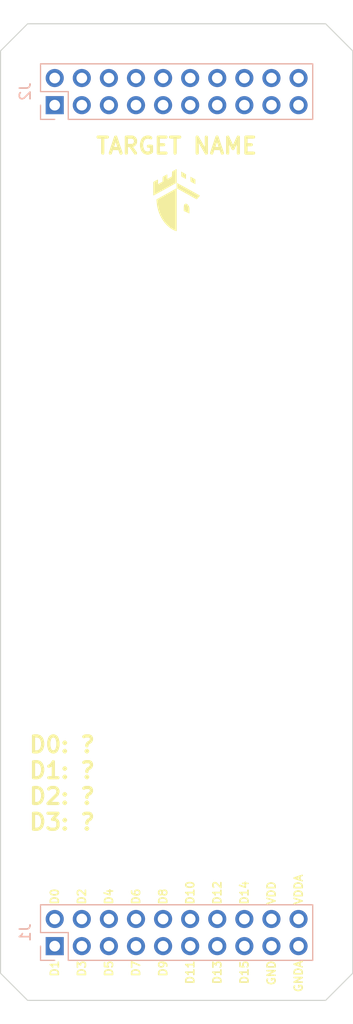
<source format=kicad_pcb>
(kicad_pcb (version 20210722) (generator pcbnew)
  (title_block (title "Scaffold daughterboard") (date "2021-09-14") (comment 1 "Under LGPL v3 license"))
  (layers (0 "F.Cu" signal) (31 "B.Cu" signal) (34 "B.Paste" user) (35 "F.Paste" user) (36 "B.SilkS" user "B.Silkscreen") (37 "F.SilkS" user "F.Silkscreen") (38 "B.Mask" user) (39 "F.Mask" user) (44 "Edge.Cuts" user))
  (net 0 "")
  (net 13 "GNDA")
  (net 16 "+3V3")
  (net 40 "GND")
  (footprint "mykicadlibs:donjon-2000" (layer "F.Cu") (at 92.71 77.47)
    (fp_text reference "LOGO1" hide)
    (fp_text value "DUNGEON_LOGO" hide)
    (fp_poly (pts (xy 0.439282 -2.661099) (xy 0.470744 -2.644605) (xy 0.517646 -2.619335) (xy 0.576626 -2.587105) (xy 0.644322 -2.549731) (xy 0.666852 -2.537218) (xy 0.75421 -2.4878) (xy 0.81934 -2.449048) (xy 0.862875 -2.420552) (xy 0.885445 -2.401904) (xy 0.888579 -2.393444) (xy 0.884372 -2.376466) (xy 0.88038 -2.3388) (xy 0.876937 -2.285159) (xy 0.874379 -2.220255) (xy 0.873459 -2.180815) (xy 0.86995 -1.982176) (xy 0.4445 -2.215898) (xy 0.4445 -2.408873) (xy 0.443702 -2.478923) (xy 0.441508 -2.542167) (xy 0.438212 -2.593204) (xy 0.434113 -2.626637) (xy 0.432114 -2.634424) (xy 0.425303 -2.657968) (xy 0.42662 -2.667) (xy 0.439282 -2.661099)) (layer "F.SilkS") (width 0.01) (fill solid))
    (fp_poly (pts (xy 0.914236 0.344237) (xy 0.974478 0.371905) (xy 1.033178 0.418017) (xy 1.087583 0.481291) (xy 1.134943 0.560447) (xy 1.136688 0.564) (xy 1.159039 0.614309) (xy 1.175684 0.664025) (xy 1.187193 0.717688) (xy 1.194133 0.77984) (xy 1.197076 0.855022) (xy 1.19659 0.947775) (xy 1.194525 1.02529) (xy 1.18745 1.24413) (xy 0.6708 1.00965) (xy 0.676716 0.762) (xy 0.679784 0.662088) (xy 0.68414 0.583805) (xy 0.690533 0.523388) (xy 0.69971 0.47707) (xy 0.712422 0.441087) (xy 0.729417 0.411674) (xy 0.751444 0.385067) (xy 0.751773 0.384716) (xy 0.800132 0.349361) (xy 0.855204 0.336296) (xy 0.914236 0.344237)) (layer "F.SilkS") (width 0.01) (fill solid))
    (fp_poly (pts (xy 0 0.894903) (xy 0 2.8956) (xy -0.034925 2.895367) (xy -0.062166 2.890507) (xy -0.105083 2.877722) (xy -0.15613 2.859371) (xy -0.1778 2.850727) (xy -0.358814 2.763797) (xy -0.538665 2.652773) (xy -0.71551 2.518949) (xy -0.887504 2.363621) (xy -0.926266 2.324906) (xy -1.112391 2.117539) (xy -1.279996 1.893433) (xy -1.42843 1.653902) (xy -1.557039 1.400262) (xy -1.665169 1.133827) (xy -1.752167 0.855914) (xy -1.817381 0.567836) (xy -1.827553 0.510293) (xy -1.835444 0.45773) (xy -1.8437 0.392725) (xy -1.85195 0.319507) (xy -1.859819 0.242307) (xy -1.866935 0.165353) (xy -1.872926 0.092876) (xy -1.877417 0.029106) (xy -1.880037 -0.021728) (xy -1.880412 -0.055395) (xy -1.878502 -0.067538) (xy -1.866767 -0.074213) (xy -1.834801 -0.092064) (xy -1.784605 -0.119984) (xy -1.71818 -0.156866) (xy -1.637528 -0.201602) (xy -1.544649 -0.253086) (xy -1.441545 -0.31021) (xy -1.330217 -0.371867) (xy -1.212667 -0.43695) (xy -1.090894 -0.504351) (xy -0.966902 -0.572963) (xy -0.842689 -0.64168) (xy -0.720259 -0.709393) (xy -0.601612 -0.774996) (xy -0.488749 -0.837381) (xy -0.383672 -0.895441) (xy -0.288382 -0.948069) (xy -0.204879 -0.994158) (xy -0.135165 -1.0326) (xy -0.081241 -1.062289) (xy -0.045109 -1.082116) (xy -0.02877 -1.090975) (xy -0.028575 -1.091076) (xy -0.000001 -1.105794) (xy 0 0.894903)) (layer "F.SilkS") (width 0.01) (fill solid))
    (fp_poly (pts (xy -0.003057 -2.268833) (xy -0.002598 -2.144146) (xy -0.002532 -2.027225) (xy -0.002833 -1.920516) (xy -0.003478 -1.826467) (xy -0.004443 -1.747524) (xy -0.005702 -1.686135) (xy -0.007234 -1.644747) (xy -0.009012 -1.625806) (xy -0.009407 -1.624916) (xy -0.021845 -1.61754) (xy -0.054681 -1.598963) (xy -0.106052 -1.570213) (xy -0.174092 -1.532317) (xy -0.256937 -1.486304) (xy -0.352724 -1.433201) (xy -0.459588 -1.374036) (xy -0.575665 -1.309837) (xy -0.699091 -1.241632) (xy -0.828001 -1.170448) (xy -0.960532 -1.097314) (xy -1.094818 -1.023257) (xy -1.228997 -0.949305) (xy -1.361203 -0.876486) (xy -1.489572 -0.805827) (xy -1.612241 -0.738358) (xy -1.727345 -0.675104) (xy -1.833019 -0.617095) (xy -1.9274 -0.565358) (xy -2.008624 -0.52092) (xy -2.074825 -0.484811) (xy -2.124141 -0.458057) (xy -2.154706 -0.441686) (xy -2.164444 -0.436741) (xy -2.169006 -0.436902) (xy -2.172823 -0.442532) (xy -2.175959 -0.45565) (xy -2.178481 -0.478273) (xy -2.180453 -0.512418) (xy -2.181941 -0.560103) (xy -2.183009 -0.623344) (xy -2.183724 -0.704159) (xy -2.184151 -0.804566) (xy -2.184354 -0.926581) (xy -2.1844 -1.053319) (xy -2.1844 -1.677555) (xy -2.155825 -1.705942) (xy -2.134545 -1.722182) (xy -2.096795 -1.746386) (xy -2.047346 -1.775922) (xy -1.990969 -1.808158) (xy -1.932435 -1.840461) (xy -1.876514 -1.870199) (xy -1.827978 -1.89474) (xy -1.791596 -1.911451) (xy -1.77214 -1.9177) (xy -1.772041 -1.917701) (xy -1.76476 -1.914598) (xy -1.759519 -1.903012) (xy -1.755999 -1.879525) (xy -1.753884 -1.840721) (xy -1.752857 -1.783181) (xy -1.7526 -1.70815) (xy -1.75215 -1.638412) (xy -1.750902 -1.578504) (xy -1.749015 -1.532611) (xy -1.746645 -1.504919) (xy -1.744729 -1.4986) (xy -1.731652 -1.504436) (xy -1.69991 -1.520686) (xy -1.653059 -1.545468) (xy -1.594659 -1.576898) (xy -1.528266 -1.613092) (xy -1.522827 -1.616075) (xy -1.308797 -1.73355) (xy -1.308449 -1.94345) (xy -1.307787 -2.027181) (xy -1.305933 -2.089043) (xy -1.302607 -2.132548) (xy -1.297527 -2.161211) (xy -1.290414 -2.178545) (xy -1.289577 -2.179795) (xy -1.271763 -2.195661) (xy -1.236939 -2.21936) (xy -1.189671 -2.2484) (xy -1.134523 -2.28029) (xy -1.076059 -2.312539) (xy -1.018844 -2.342656) (xy -0.967443 -2.368149) (xy -0.926421 -2.386528) (xy -0.90034 -2.395301) (xy -0.894534 -2.395395) (xy -0.887483 -2.388258) (xy -0.882436 -2.370838) (xy -0.879098 -2.339737) (xy -0.877176 -2.291557) (xy -0.876374 -2.222899) (xy -0.8763 -2.184799) (xy -0.87574 -2.116169) (xy -0.87419 -2.057477) (xy -0.87185 -2.012954) (xy -0.868917 -1.986833) (xy -0.866775 -1.981727) (xy -0.853198 -1.987825) (xy -0.821117 -2.004478) (xy -0.774142 -2.029745) (xy -0.715881 -2.061683) (xy -0.649945 -2.098351) (xy -0.6477 -2.099608) (xy -0.43815 -2.216963) (xy -0.4318 -2.435219) (xy -0.428988 -2.518102) (xy -0.425811 -2.579168) (xy -0.421866 -2.622001) (xy -0.416752 -2.650184) (xy -0.410067 -2.667301) (xy -0.405028 -2.673857) (xy -0.387438 -2.686628) (xy -0.351705 -2.709046) (xy -0.301998 -2.738619) (xy -0.242485 -2.772853) (xy -0.195478 -2.799224) (xy -0.00635 -2.904209) (xy -0.003057 -2.268833)) (layer "F.SilkS") (width 0.01) (fill solid))
    (fp_poly (pts (xy 0.02577 -1.606927) (xy 0.058501 -1.589693) (xy 0.109714 -1.562228) (xy 0.177538 -1.52556) (xy 0.260097 -1.480717) (xy 0.35552 -1.42873) (xy 0.461933 -1.370626) (xy 0.577463 -1.307435) (xy 0.700237 -1.240185) (xy 0.828381 -1.169906) (xy 0.960023 -1.097625) (xy 1.093289 -1.024373) (xy 1.226306 -0.951178) (xy 1.357202 -0.879068) (xy 1.484102 -0.809073) (xy 1.605134 -0.742222) (xy 1.718424 -0.679543) (xy 1.822099 -0.622065) (xy 1.914287 -0.570817) (xy 1.993114 -0.526828) (xy 2.056707 -0.491127) (xy 2.08915 -0.472759) (xy 2.129821 -0.44804) (xy 2.159448 -0.426991) (xy 2.173081 -0.413236) (xy 2.173328 -0.411113) (xy 2.163354 -0.397256) (xy 2.140233 -0.368959) (xy 2.10728 -0.330006) (xy 2.067814 -0.28418) (xy 2.025151 -0.235263) (xy 1.982609 -0.187039) (xy 1.943504 -0.143292) (xy 1.911153 -0.107805) (xy 1.888875 -0.08436) (xy 1.880106 -0.07668) (xy 1.868218 -0.082779) (xy 1.835772 -0.100326) (xy 1.784401 -0.128416) (xy 1.715744 -0.166147) (xy 1.631434 -0.212615) (xy 1.533109 -0.266918) (xy 1.422405 -0.328152) (xy 1.300956 -0.395414) (xy 1.1704 -0.467801) (xy 1.032371 -0.544409) (xy 0.9398 -0.59583) (xy 0.00635 -1.1145) (xy 0.002906 -1.3637) (xy 0.002133 -1.458996) (xy 0.002828 -1.530238) (xy 0.005047 -1.578733) (xy 0.008844 -1.605787) (xy 0.013394 -1.6129) (xy 0.02577 -1.606927)) (layer "F.SilkS") (width 0.01) (fill solid))
    (fp_poly (pts (xy 1.314163 -2.17854) (xy 1.344017 -2.162137) (xy 1.38941 -2.13705) (xy 1.447017 -2.105117) (xy 1.513514 -2.068176) (xy 1.529763 -2.059139) (xy 1.754929 -1.933877) (xy 1.753207 -1.719915) (xy 1.752455 -1.649106) (xy 1.751459 -1.5878) (xy 1.750315 -1.540225) (xy 1.74912 -1.510605) (xy 1.748236 -1.502703) (xy 1.73665 -1.507503) (xy 1.706291 -1.522795) (xy 1.660605 -1.546768) (xy 1.603042 -1.577609) (xy 1.537048 -1.613508) (xy 1.529718 -1.617525) (xy 1.31445 -1.735596) (xy 1.3081 -1.960018) (xy 1.30613 -2.032319) (xy 1.30457 -2.094935) (xy 1.303508 -2.143823) (xy 1.303033 -2.174943) (xy 1.303173 -2.18442) (xy 1.314163 -2.17854)) (layer "F.SilkS") (width 0.01) (fill solid))
  )
  (footprint "Connector_PinSocket_2.54mm:PinSocket_2x10_P2.54mm_Vertical" (layer "B.Cu") (at 81.28 147.32 -90)
    (fp_text reference "J1" (at -1.27 2.77 -90) (layer "B.SilkS") (effects (justify mirror)))
    (fp_text value "Conn_02x10_Odd_Even")
    (fp_line (start 1.33 -1.27) (end 1.33 -24.19) (layer "B.SilkS") (width 0.12))
    (fp_line (start -1.27 1.33) (end -1.27 -1.27) (layer "B.SilkS") (width 0.12))
    (fp_line (start 0 1.33) (end 1.33 1.33) (layer "B.SilkS") (width 0.12))
    (fp_line (start -1.27 -1.27) (end 1.33 -1.27) (layer "B.SilkS") (width 0.12))
    (fp_line (start -3.87 1.33) (end -3.87 -24.19) (layer "B.SilkS") (width 0.12))
    (fp_line (start -3.87 1.33) (end -1.27 1.33) (layer "B.SilkS") (width 0.12))
    (fp_line (start 1.33 1.33) (end 1.33 0) (layer "B.SilkS") (width 0.12))
    (fp_line (start -3.87 -24.19) (end 1.33 -24.19) (layer "B.SilkS") (width 0.12))
    (pad "1" thru_hole rect locked (at 0 0 270) (size 1.7 1.7) (drill 1) (layers *.Cu *.Mask))
    (pad "2" thru_hole oval locked (at -2.54 0 270) (size 1.7 1.7) (drill 1) (layers *.Cu *.Mask))
    (pad "3" thru_hole oval locked (at 0 -2.54 270) (size 1.7 1.7) (drill 1) (layers *.Cu *.Mask))
    (pad "4" thru_hole oval locked (at -2.54 -2.54 270) (size 1.7 1.7) (drill 1) (layers *.Cu *.Mask))
    (pad "5" thru_hole oval locked (at 0 -5.08 270) (size 1.7 1.7) (drill 1) (layers *.Cu *.Mask))
    (pad "6" thru_hole oval locked (at -2.54 -5.08 270) (size 1.7 1.7) (drill 1) (layers *.Cu *.Mask))
    (pad "7" thru_hole oval locked (at 0 -7.62 270) (size 1.7 1.7) (drill 1) (layers *.Cu *.Mask))
    (pad "8" thru_hole oval locked (at -2.54 -7.62 270) (size 1.7 1.7) (drill 1) (layers *.Cu *.Mask))
    (pad "9" thru_hole oval locked (at 0 -10.16 270) (size 1.7 1.7) (drill 1) (layers *.Cu *.Mask))
    (pad "10" thru_hole oval locked (at -2.54 -10.16 270) (size 1.7 1.7) (drill 1) (layers *.Cu *.Mask))
    (pad "11" thru_hole oval locked (at 0 -12.7 270) (size 1.7 1.7) (drill 1) (layers *.Cu *.Mask))
    (pad "12" thru_hole oval locked (at -2.54 -12.7 270) (size 1.7 1.7) (drill 1) (layers *.Cu *.Mask))
    (pad "13" thru_hole oval locked (at 0 -15.24 270) (size 1.7 1.7) (drill 1) (layers *.Cu *.Mask))
    (pad "14" thru_hole oval locked (at -2.54 -15.24 270) (size 1.7 1.7) (drill 1) (layers *.Cu *.Mask))
    (pad "15" thru_hole oval locked (at 0 -17.78 270) (size 1.7 1.7) (drill 1) (layers *.Cu *.Mask))
    (pad "16" thru_hole oval locked (at -2.54 -17.78 270) (size 1.7 1.7) (drill 1) (layers *.Cu *.Mask))
    (pad "17" thru_hole oval locked (at 0 -20.32 270) (size 1.7 1.7) (drill 1) (layers *.Cu *.Mask) (net 40 "GND"))
    (pad "18" thru_hole oval locked (at -2.54 -20.32 270) (size 1.7 1.7) (drill 1) (layers *.Cu *.Mask))
    (pad "19" thru_hole oval locked (at 0 -22.86 270) (size 1.7 1.7) (drill 1) (layers *.Cu *.Mask) (net 13 "GNDA"))
    (pad "20" thru_hole oval locked (at -2.54 -22.86 270) (size 1.7 1.7) (drill 1) (layers *.Cu *.Mask) (net 16 "+3V3"))
  )
  (footprint "Connector_PinSocket_2.54mm:PinSocket_2x10_P2.54mm_Vertical" (layer "B.Cu") (at 81.28 68.58 -90)
    (fp_text reference "J2" (at -1.27 2.77 -90) (layer "B.SilkS") (effects (justify mirror)))
    (fp_text value "Conn_02x10_Odd_Even")
    (fp_line (start 1.33 -1.27) (end 1.33 -24.19) (layer "B.SilkS") (width 0.12))
    (fp_line (start 0 1.33) (end 1.33 1.33) (layer "B.SilkS") (width 0.12))
    (fp_line (start -3.87 1.33) (end -1.27 1.33) (layer "B.SilkS") (width 0.12))
    (fp_line (start -3.87 -24.19) (end 1.33 -24.19) (layer "B.SilkS") (width 0.12))
    (fp_line (start 1.33 1.33) (end 1.33 0) (layer "B.SilkS") (width 0.12))
    (fp_line (start -3.87 1.33) (end -3.87 -24.19) (layer "B.SilkS") (width 0.12))
    (fp_line (start -1.27 -1.27) (end 1.33 -1.27) (layer "B.SilkS") (width 0.12))
    (fp_line (start -1.27 1.33) (end -1.27 -1.27) (layer "B.SilkS") (width 0.12))
    (pad "1" thru_hole rect locked (at 0 0 270) (size 1.7 1.7) (drill 1) (layers *.Cu *.Mask))
    (pad "2" thru_hole oval locked (at -2.54 0 270) (size 1.7 1.7) (drill 1) (layers *.Cu *.Mask))
    (pad "3" thru_hole oval locked (at 0 -2.54 270) (size 1.7 1.7) (drill 1) (layers *.Cu *.Mask))
    (pad "4" thru_hole oval locked (at -2.54 -2.54 270) (size 1.7 1.7) (drill 1) (layers *.Cu *.Mask))
    (pad "5" thru_hole oval locked (at 0 -5.08 270) (size 1.7 1.7) (drill 1) (layers *.Cu *.Mask))
    (pad "6" thru_hole oval locked (at -2.54 -5.08 270) (size 1.7 1.7) (drill 1) (layers *.Cu *.Mask))
    (pad "7" thru_hole oval locked (at 0 -7.62 270) (size 1.7 1.7) (drill 1) (layers *.Cu *.Mask))
    (pad "8" thru_hole oval locked (at -2.54 -7.62 270) (size 1.7 1.7) (drill 1) (layers *.Cu *.Mask))
    (pad "9" thru_hole oval locked (at 0 -10.16 270) (size 1.7 1.7) (drill 1) (layers *.Cu *.Mask))
    (pad "10" thru_hole oval locked (at -2.54 -10.16 270) (size 1.7 1.7) (drill 1) (layers *.Cu *.Mask))
    (pad "11" thru_hole oval locked (at 0 -12.7 270) (size 1.7 1.7) (drill 1) (layers *.Cu *.Mask))
    (pad "12" thru_hole oval locked (at -2.54 -12.7 270) (size 1.7 1.7) (drill 1) (layers *.Cu *.Mask))
    (pad "13" thru_hole oval locked (at 0 -15.24 270) (size 1.7 1.7) (drill 1) (layers *.Cu *.Mask))
    (pad "14" thru_hole oval locked (at -2.54 -15.24 270) (size 1.7 1.7) (drill 1) (layers *.Cu *.Mask))
    (pad "15" thru_hole oval locked (at 0 -17.78 270) (size 1.7 1.7) (drill 1) (layers *.Cu *.Mask))
    (pad "16" thru_hole oval locked (at -2.54 -17.78 270) (size 1.7 1.7) (drill 1) (layers *.Cu *.Mask))
    (pad "17" thru_hole oval locked (at 0 -20.32 270) (size 1.7 1.7) (drill 1) (layers *.Cu *.Mask))
    (pad "18" thru_hole oval locked (at -2.54 -20.32 270) (size 1.7 1.7) (drill 1) (layers *.Cu *.Mask))
    (pad "19" thru_hole oval locked (at 0 -22.86 270) (size 1.7 1.7) (drill 1) (layers *.Cu *.Mask))
    (pad "20" thru_hole oval locked (at -2.54 -22.86 270) (size 1.7 1.7) (drill 1) (layers *.Cu *.Mask))
  )
  (gr_line (start 109.22 63.5) (end 109.22 149.86) (layer "Edge.Cuts") (width 0.1))
  (gr_line (start 106.68 60.96) (end 109.22 63.5) (layer "Edge.Cuts") (width 0.1))
  (gr_line (start 76.2 149.86) (end 76.2 63.5) (layer "Edge.Cuts") (width 0.1))
  (gr_line (start 78.74 60.96) (end 106.68 60.96) (layer "Edge.Cuts") (width 0.1))
  (gr_line (start 106.68 152.4) (end 78.74 152.4) (layer "Edge.Cuts") (width 0.1))
  (gr_line (start 78.74 152.4) (end 76.2 149.86) (layer "Edge.Cuts") (width 0.1))
  (gr_line (start 109.22 149.86) (end 106.68 152.4) (layer "Edge.Cuts") (width 0.1))
  (gr_line (start 76.2 63.5) (end 78.74 60.96) (layer "Edge.Cuts") (width 0.1))
  (gr_text "GNDA" (at 104.14 148.59 90) (layer "F.SilkS") (effects (font (size 0.75 0.75)) (justify right)))
  (gr_text "GND" (at 101.6 148.59 90) (layer "F.SilkS") (effects (font (size 0.75 0.75)) (justify right)))
  (gr_text "D15" (at 99.06 148.59 90) (layer "F.SilkS") (effects (font (size 0.75 0.75)) (justify right)))
  (gr_text "D13" (at 96.52 148.59 90) (layer "F.SilkS") (effects (font (size 0.75 0.75)) (justify right)))
  (gr_text "D11" (at 93.98 148.59 90) (layer "F.SilkS") (effects (font (size 0.75 0.75)) (justify right)))
  (gr_text "D9" (at 91.44 148.59 90) (layer "F.SilkS") (effects (font (size 0.75 0.75)) (justify right)))
  (gr_text "D7" (at 88.9 148.59 90) (layer "F.SilkS") (effects (font (size 0.75 0.75)) (justify right)))
  (gr_text "D5" (at 86.36 148.59 90) (layer "F.SilkS") (effects (font (size 0.75 0.75)) (justify right)))
  (gr_text "D3" (at 83.82 148.59 90) (layer "F.SilkS") (effects (font (size 0.75 0.75)) (justify right)))
  (gr_text "D1" (at 81.28 148.59 90) (layer "F.SilkS") (effects (font (size 0.75 0.75)) (justify right)))
  (gr_text "D0" (at 81.28 143.51 90) (layer "F.SilkS") (effects (font (size 0.75 0.75)) (justify left)))
  (gr_text "D2" (at 83.82 143.51 90) (layer "F.SilkS") (effects (font (size 0.75 0.75)) (justify left)))
  (gr_text "D4" (at 86.36 143.51 90) (layer "F.SilkS") (effects (font (size 0.75 0.75)) (justify left)))
  (gr_text "D6" (at 88.9 143.51 90) (layer "F.SilkS") (effects (font (size 0.75 0.75)) (justify left)))
  (gr_text "D8" (at 91.44 143.51 90) (layer "F.SilkS") (effects (font (size 0.75 0.75)) (justify left)))
  (gr_text "D10" (at 93.98 143.51 90) (layer "F.SilkS") (effects (font (size 0.75 0.75)) (justify left)))
  (gr_text "D12" (at 96.52 143.51 90) (layer "F.SilkS") (effects (font (size 0.75 0.75)) (justify left)))
  (gr_text "D14" (at 99.06 143.51 90) (layer "F.SilkS") (effects (font (size 0.75 0.75)) (justify left)))
  (gr_text "VDD" (at 101.6 143.51 90) (layer "F.SilkS") (effects (font (size 0.75 0.75)) (justify left)))
  (gr_text "VDDA" (at 104.14 143.51 90) (layer "F.SilkS") (effects (font (size 0.75 0.75)) (justify left)))
  (gr_text "TARGET NAME" (at 92.71 72.39) (layer "F.SilkS") (effects (font (size 1.5 1.5) (thickness 0.3))))
  (gr_text "D0: ?\nD1: ?\nD2: ?\nD3: ?" (at 78.74 132.08) (layer "F.SilkS") (effects (font (size 1.5 1.5) (thickness 0.3)) (justify left)))
)
</source>
